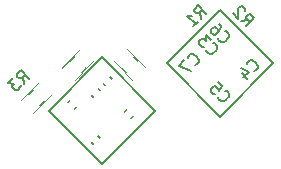
<source format=gbo>
%FSLAX46Y46*%
G04 Gerber Fmt 4.6, Leading zero omitted, Abs format (unit mm)*
G04 Created by KiCad (PCBNEW (2014-09-25 BZR 5147)-product) date mån 17 nov 2014 05:06:59*
%MOMM*%
G01*
G04 APERTURE LIST*
%ADD10C,0.100000*%
%ADD11C,0.200000*%
%ADD12C,0.127000*%
%ADD13C,0.150000*%
%ADD14C,3.000000*%
%ADD15R,2.027200X2.332000*%
%ADD16O,2.027200X2.332000*%
%ADD17R,2.027200X2.027200*%
%ADD18O,2.027200X2.027200*%
%ADD19C,4.300000*%
%ADD20C,3.299740*%
G04 APERTURE END LIST*
D10*
D11*
X148000000Y-92500000D02*
X152500000Y-97000000D01*
X152500000Y-97000000D02*
X157000000Y-92500000D01*
X157000000Y-92500000D02*
X152500000Y-88000000D01*
X152500000Y-88000000D02*
X148000000Y-92500000D01*
X142500000Y-92000000D02*
X138000000Y-96500000D01*
X147000000Y-96500000D02*
X142500000Y-92000000D01*
X142500000Y-101000000D02*
X147000000Y-96500000D01*
X138000000Y-96500000D02*
X142500000Y-101000000D01*
D12*
X141317501Y-94892237D02*
X141892237Y-94317501D01*
X142664539Y-95125724D02*
X142107763Y-95682499D01*
X142862105Y-95287368D02*
X141712632Y-94137895D01*
X141712632Y-94137895D02*
X141137895Y-94712632D01*
X141137895Y-94712632D02*
X142287368Y-95862105D01*
X142287368Y-95862105D02*
X142862105Y-95287368D01*
X144907763Y-96117501D02*
X145482499Y-96692237D01*
X144674276Y-97464539D02*
X144117501Y-96907763D01*
X144512632Y-97662105D02*
X145662105Y-96512632D01*
X145662105Y-96512632D02*
X145087368Y-95937895D01*
X145087368Y-95937895D02*
X143937895Y-97087368D01*
X143937895Y-97087368D02*
X144512632Y-97662105D01*
X142682499Y-99107763D02*
X142107763Y-99682499D01*
X141335461Y-98874276D02*
X141892237Y-98317501D01*
X141137895Y-98712632D02*
X142287368Y-99862105D01*
X142287368Y-99862105D02*
X142862105Y-99287368D01*
X142862105Y-99287368D02*
X141712632Y-98137895D01*
X141712632Y-98137895D02*
X141137895Y-98712632D01*
X142317501Y-93892237D02*
X142892237Y-93317501D01*
X143664539Y-94125724D02*
X143107763Y-94682499D01*
X143862105Y-94287368D02*
X142712632Y-93137895D01*
X142712632Y-93137895D02*
X142137895Y-93712632D01*
X142137895Y-93712632D02*
X143287368Y-94862105D01*
X143287368Y-94862105D02*
X143862105Y-94287368D01*
X139892237Y-96682499D02*
X139317501Y-96107763D01*
X140125724Y-95335461D02*
X140682499Y-95892237D01*
X140287368Y-95137895D02*
X139137895Y-96287368D01*
X139137895Y-96287368D02*
X139712632Y-96862105D01*
X139712632Y-96862105D02*
X140862105Y-95712632D01*
X140862105Y-95712632D02*
X140287368Y-95137895D01*
D13*
X140782843Y-91327208D02*
X139227208Y-92882843D01*
X141772792Y-92317157D02*
X140217157Y-93872792D01*
X146172792Y-92882843D02*
X144617157Y-91327208D01*
X145182843Y-93872792D02*
X143627208Y-92317157D01*
X136717157Y-96672792D02*
X138272792Y-95117157D01*
X135727208Y-95682843D02*
X137282843Y-94127208D01*
D11*
X151365312Y-91370388D02*
X151365312Y-91437731D01*
X151432656Y-91572418D01*
X151499999Y-91639762D01*
X151634687Y-91707106D01*
X151769374Y-91707106D01*
X151870389Y-91673434D01*
X152038747Y-91572419D01*
X152139763Y-91471403D01*
X152240778Y-91303044D01*
X152274450Y-91202029D01*
X152274450Y-91067342D01*
X152207106Y-90932655D01*
X152139763Y-90865311D01*
X152005076Y-90797968D01*
X151937732Y-90797968D01*
X151769374Y-90494923D02*
X151331641Y-90057189D01*
X151297970Y-90562266D01*
X151196954Y-90461250D01*
X151095939Y-90427578D01*
X151028595Y-90427578D01*
X150927579Y-90461251D01*
X150759221Y-90629609D01*
X150725549Y-90730625D01*
X150725549Y-90797968D01*
X150759221Y-90898983D01*
X150961252Y-91101014D01*
X151062267Y-91134686D01*
X151129610Y-91134686D01*
X155370389Y-93134688D02*
X155437732Y-93134688D01*
X155572419Y-93067344D01*
X155639763Y-93000001D01*
X155707107Y-92865313D01*
X155707107Y-92730626D01*
X155673435Y-92629611D01*
X155572420Y-92461253D01*
X155471404Y-92360237D01*
X155303045Y-92259222D01*
X155202030Y-92225550D01*
X155067343Y-92225550D01*
X154932656Y-92292894D01*
X154865312Y-92360237D01*
X154797969Y-92494924D01*
X154797969Y-92562268D01*
X154360236Y-93336718D02*
X154831641Y-93808123D01*
X154259222Y-92898985D02*
X154932657Y-93235703D01*
X154494924Y-93673436D01*
X152365312Y-95370389D02*
X152365312Y-95437732D01*
X152432656Y-95572419D01*
X152499999Y-95639763D01*
X152634687Y-95707107D01*
X152769374Y-95707107D01*
X152870389Y-95673435D01*
X153038747Y-95572420D01*
X153139763Y-95471404D01*
X153240778Y-95303045D01*
X153274450Y-95202030D01*
X153274450Y-95067343D01*
X153207106Y-94932656D01*
X153139763Y-94865312D01*
X153005076Y-94797969D01*
X152937732Y-94797969D01*
X152365312Y-94090862D02*
X152702030Y-94427580D01*
X152398985Y-94797969D01*
X152398985Y-94730626D01*
X152365313Y-94629610D01*
X152196954Y-94461251D01*
X152095939Y-94427579D01*
X152028595Y-94427579D01*
X151927579Y-94461252D01*
X151759221Y-94629610D01*
X151725549Y-94730626D01*
X151725549Y-94797969D01*
X151759221Y-94898984D01*
X151927580Y-95067343D01*
X152028595Y-95101015D01*
X152095939Y-95101015D01*
X152365312Y-90370388D02*
X152365312Y-90437731D01*
X152432656Y-90572418D01*
X152499999Y-90639762D01*
X152634687Y-90707106D01*
X152769374Y-90707106D01*
X152870389Y-90673434D01*
X153038747Y-90572419D01*
X153139763Y-90471403D01*
X153240778Y-90303044D01*
X153274450Y-90202029D01*
X153274450Y-90067342D01*
X153207106Y-89932655D01*
X153139763Y-89865311D01*
X153005076Y-89797968D01*
X152937732Y-89797968D01*
X152398984Y-89124533D02*
X152533672Y-89259221D01*
X152567343Y-89360236D01*
X152567343Y-89427579D01*
X152533672Y-89595938D01*
X152432657Y-89764296D01*
X152163282Y-90033671D01*
X152062267Y-90067342D01*
X151994924Y-90067342D01*
X151893908Y-90033671D01*
X151759221Y-89898983D01*
X151725549Y-89797968D01*
X151725549Y-89730625D01*
X151759221Y-89629609D01*
X151927579Y-89461251D01*
X152028595Y-89427578D01*
X152095939Y-89427578D01*
X152196954Y-89461250D01*
X152331641Y-89595938D01*
X152365313Y-89696953D01*
X152365313Y-89764296D01*
X152331641Y-89865312D01*
X150370389Y-92634688D02*
X150437732Y-92634688D01*
X150572419Y-92567344D01*
X150639763Y-92500001D01*
X150707107Y-92365313D01*
X150707107Y-92230626D01*
X150673435Y-92129611D01*
X150572420Y-91961253D01*
X150471404Y-91860237D01*
X150303045Y-91759222D01*
X150202030Y-91725550D01*
X150067343Y-91725550D01*
X149932656Y-91792894D01*
X149865312Y-91860237D01*
X149797969Y-91994924D01*
X149797969Y-92062268D01*
X149494924Y-92230626D02*
X149023519Y-92702031D01*
X150033672Y-93106092D01*
X150937732Y-88702031D02*
X150836717Y-88129610D01*
X151341794Y-88297970D02*
X150634687Y-87590863D01*
X150365312Y-87860237D01*
X150331641Y-87961253D01*
X150331641Y-88028596D01*
X150365312Y-88129611D01*
X150466328Y-88230626D01*
X150567343Y-88264298D01*
X150634686Y-88264298D01*
X150735701Y-88230626D01*
X151005076Y-87961252D01*
X150264297Y-89375466D02*
X150668359Y-88971405D01*
X150466328Y-89173435D02*
X149759222Y-88466328D01*
X149927580Y-88500000D01*
X150062267Y-88500000D01*
X150163282Y-88466328D01*
X154297969Y-88937732D02*
X154870390Y-88836717D01*
X154702030Y-89341794D02*
X155409137Y-88634687D01*
X155139763Y-88365312D01*
X155038747Y-88331641D01*
X154971404Y-88331641D01*
X154870389Y-88365312D01*
X154769374Y-88466328D01*
X154735702Y-88567343D01*
X154735702Y-88634686D01*
X154769374Y-88735701D01*
X155038748Y-89005076D01*
X154668359Y-88028595D02*
X154668359Y-87961252D01*
X154634687Y-87860237D01*
X154466328Y-87691877D01*
X154365312Y-87658206D01*
X154297969Y-87658206D01*
X154196954Y-87691877D01*
X154129610Y-87759221D01*
X154062267Y-87893908D01*
X154062267Y-88702030D01*
X153624534Y-88264297D01*
X135937732Y-94202031D02*
X135836717Y-93629610D01*
X136341794Y-93797970D02*
X135634687Y-93090863D01*
X135365312Y-93360237D01*
X135331641Y-93461253D01*
X135331641Y-93528596D01*
X135365312Y-93629611D01*
X135466328Y-93730626D01*
X135567343Y-93764298D01*
X135634686Y-93764298D01*
X135735701Y-93730626D01*
X136005076Y-93461252D01*
X134994924Y-93730626D02*
X134557190Y-94168359D01*
X135062267Y-94202030D01*
X134961251Y-94303046D01*
X134927579Y-94404061D01*
X134927579Y-94471405D01*
X134961252Y-94572421D01*
X135129610Y-94740779D01*
X135230626Y-94774451D01*
X135297969Y-94774451D01*
X135398984Y-94740779D01*
X135601015Y-94538748D01*
X135634687Y-94437733D01*
X135634687Y-94370390D01*
%LPC*%
D14*
X187500000Y-61250000D02*
X100250000Y-61250000D01*
X187750000Y-61500000D02*
X187500000Y-61250000D01*
X187750000Y-72500000D02*
X187750000Y-61500000D01*
X193000000Y-72500000D02*
X193000000Y-72750000D01*
X187750000Y-72500000D02*
X193000000Y-72500000D01*
D10*
G36*
X142352224Y-94432448D02*
X141432448Y-95352224D01*
X140584514Y-94504290D01*
X141504290Y-93584514D01*
X142352224Y-94432448D01*
X142352224Y-94432448D01*
G37*
G36*
X143415486Y-95495710D02*
X142495710Y-96415486D01*
X141647776Y-95567552D01*
X142567552Y-94647776D01*
X143415486Y-95495710D01*
X143415486Y-95495710D01*
G37*
G36*
X145367552Y-97152224D02*
X144447776Y-96232448D01*
X145295710Y-95384514D01*
X146215486Y-96304290D01*
X145367552Y-97152224D01*
X145367552Y-97152224D01*
G37*
G36*
X144304290Y-98215486D02*
X143384514Y-97295710D01*
X144232448Y-96447776D01*
X145152224Y-97367552D01*
X144304290Y-98215486D01*
X144304290Y-98215486D01*
G37*
G36*
X141647776Y-99567552D02*
X142567552Y-98647776D01*
X143415486Y-99495710D01*
X142495710Y-100415486D01*
X141647776Y-99567552D01*
X141647776Y-99567552D01*
G37*
G36*
X140584514Y-98504290D02*
X141504290Y-97584514D01*
X142352224Y-98432448D01*
X141432448Y-99352224D01*
X140584514Y-98504290D01*
X140584514Y-98504290D01*
G37*
G36*
X143352224Y-93432448D02*
X142432448Y-94352224D01*
X141584514Y-93504290D01*
X142504290Y-92584514D01*
X143352224Y-93432448D01*
X143352224Y-93432448D01*
G37*
G36*
X144415486Y-94495710D02*
X143495710Y-95415486D01*
X142647776Y-94567552D01*
X143567552Y-93647776D01*
X144415486Y-94495710D01*
X144415486Y-94495710D01*
G37*
G36*
X139432448Y-95647776D02*
X140352224Y-96567552D01*
X139504290Y-97415486D01*
X138584514Y-96495710D01*
X139432448Y-95647776D01*
X139432448Y-95647776D01*
G37*
G36*
X140495710Y-94584514D02*
X141415486Y-95504290D01*
X140567552Y-96352224D01*
X139647776Y-95432448D01*
X140495710Y-94584514D01*
X140495710Y-94584514D01*
G37*
D15*
X113450000Y-103400000D03*
D16*
X115990000Y-103400000D03*
X118530000Y-103400000D03*
X121070000Y-103400000D03*
X123610000Y-103400000D03*
X126150000Y-103400000D03*
D17*
X101530000Y-92290000D03*
D18*
X104070000Y-92290000D03*
X101530000Y-94830000D03*
X104070000Y-94830000D03*
X101530000Y-97370000D03*
X104070000Y-97370000D03*
X101530000Y-99910000D03*
X104070000Y-99910000D03*
D15*
X106680000Y-64135000D03*
D16*
X109220000Y-64135000D03*
X111760000Y-64135000D03*
X114300000Y-64135000D03*
D15*
X122750000Y-64100000D03*
D16*
X125290000Y-64100000D03*
X127830000Y-64100000D03*
X130370000Y-64100000D03*
D15*
X138550000Y-64100000D03*
D16*
X141090000Y-64100000D03*
X143630000Y-64100000D03*
X146170000Y-64100000D03*
D15*
X154750000Y-64100000D03*
D16*
X157290000Y-64100000D03*
X159830000Y-64100000D03*
X162370000Y-64100000D03*
D15*
X170550000Y-64100000D03*
D16*
X173090000Y-64100000D03*
X175630000Y-64100000D03*
X178170000Y-64100000D03*
D10*
G36*
X140859210Y-91220435D02*
X141879565Y-92240790D01*
X141218420Y-92901935D01*
X140198065Y-91881580D01*
X140859210Y-91220435D01*
X140859210Y-91220435D01*
G37*
G36*
X139781580Y-92298065D02*
X140801935Y-93318420D01*
X140140790Y-93979565D01*
X139120435Y-92959210D01*
X139781580Y-92298065D01*
X139781580Y-92298065D01*
G37*
G36*
X146279565Y-92959210D02*
X145259210Y-93979565D01*
X144598065Y-93318420D01*
X145618420Y-92298065D01*
X146279565Y-92959210D01*
X146279565Y-92959210D01*
G37*
G36*
X145201935Y-91881580D02*
X144181580Y-92901935D01*
X143520435Y-92240790D01*
X144540790Y-91220435D01*
X145201935Y-91881580D01*
X145201935Y-91881580D01*
G37*
G36*
X136640790Y-96779565D02*
X135620435Y-95759210D01*
X136281580Y-95098065D01*
X137301935Y-96118420D01*
X136640790Y-96779565D01*
X136640790Y-96779565D01*
G37*
G36*
X137718420Y-95701935D02*
X136698065Y-94681580D01*
X137359210Y-94020435D01*
X138379565Y-95040790D01*
X137718420Y-95701935D01*
X137718420Y-95701935D01*
G37*
D19*
X193000000Y-72500000D03*
X193000000Y-77500000D03*
D20*
X114300000Y-80645000D03*
X109220000Y-80645000D03*
X130300000Y-80700000D03*
X125220000Y-80700000D03*
X146300000Y-80700000D03*
X141220000Y-80700000D03*
X162300000Y-80700000D03*
X157220000Y-80700000D03*
X178300000Y-80700000D03*
X173220000Y-80700000D03*
M02*

</source>
